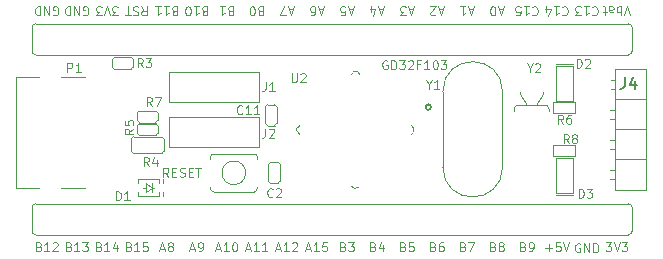
<source format=gbr>
%TF.GenerationSoftware,KiCad,Pcbnew,6.0.2+dfsg-1*%
%TF.CreationDate,2022-07-02T11:43:59+03:00*%
%TF.ProjectId,GDBluePill,4744426c-7565-4506-996c-6c2e6b696361,rev?*%
%TF.SameCoordinates,Original*%
%TF.FileFunction,Legend,Top*%
%TF.FilePolarity,Positive*%
%FSLAX46Y46*%
G04 Gerber Fmt 4.6, Leading zero omitted, Abs format (unit mm)*
G04 Created by KiCad (PCBNEW 6.0.2+dfsg-1) date 2022-07-02 11:43:59*
%MOMM*%
%LPD*%
G01*
G04 APERTURE LIST*
%ADD10C,0.120000*%
%ADD11C,0.150000*%
%ADD12C,0.100000*%
%ADD13C,0.050000*%
G04 APERTURE END LIST*
D10*
X46609285Y-20859400D02*
X46537857Y-20823685D01*
X46430714Y-20823685D01*
X46323571Y-20859400D01*
X46252142Y-20930828D01*
X46216428Y-21002257D01*
X46180714Y-21145114D01*
X46180714Y-21252257D01*
X46216428Y-21395114D01*
X46252142Y-21466542D01*
X46323571Y-21537971D01*
X46430714Y-21573685D01*
X46502142Y-21573685D01*
X46609285Y-21537971D01*
X46645000Y-21502257D01*
X46645000Y-21252257D01*
X46502142Y-21252257D01*
X46966428Y-21573685D02*
X46966428Y-20823685D01*
X47145000Y-20823685D01*
X47252142Y-20859400D01*
X47323571Y-20930828D01*
X47359285Y-21002257D01*
X47395000Y-21145114D01*
X47395000Y-21252257D01*
X47359285Y-21395114D01*
X47323571Y-21466542D01*
X47252142Y-21537971D01*
X47145000Y-21573685D01*
X46966428Y-21573685D01*
X47645000Y-20823685D02*
X48109285Y-20823685D01*
X47859285Y-21109400D01*
X47966428Y-21109400D01*
X48037857Y-21145114D01*
X48073571Y-21180828D01*
X48109285Y-21252257D01*
X48109285Y-21430828D01*
X48073571Y-21502257D01*
X48037857Y-21537971D01*
X47966428Y-21573685D01*
X47752142Y-21573685D01*
X47680714Y-21537971D01*
X47645000Y-21502257D01*
X48395000Y-20895114D02*
X48430714Y-20859400D01*
X48502142Y-20823685D01*
X48680714Y-20823685D01*
X48752142Y-20859400D01*
X48787857Y-20895114D01*
X48823571Y-20966542D01*
X48823571Y-21037971D01*
X48787857Y-21145114D01*
X48359285Y-21573685D01*
X48823571Y-21573685D01*
X49395000Y-21180828D02*
X49145000Y-21180828D01*
X49145000Y-21573685D02*
X49145000Y-20823685D01*
X49502142Y-20823685D01*
X50180714Y-21573685D02*
X49752142Y-21573685D01*
X49966428Y-21573685D02*
X49966428Y-20823685D01*
X49895000Y-20930828D01*
X49823571Y-21002257D01*
X49752142Y-21037971D01*
X50645000Y-20823685D02*
X50716428Y-20823685D01*
X50787857Y-20859400D01*
X50823571Y-20895114D01*
X50859285Y-20966542D01*
X50895000Y-21109400D01*
X50895000Y-21287971D01*
X50859285Y-21430828D01*
X50823571Y-21502257D01*
X50787857Y-21537971D01*
X50716428Y-21573685D01*
X50645000Y-21573685D01*
X50573571Y-21537971D01*
X50537857Y-21502257D01*
X50502142Y-21430828D01*
X50466428Y-21287971D01*
X50466428Y-21109400D01*
X50502142Y-20966542D01*
X50537857Y-20895114D01*
X50573571Y-20859400D01*
X50645000Y-20823685D01*
X51145000Y-20823685D02*
X51609285Y-20823685D01*
X51359285Y-21109400D01*
X51466428Y-21109400D01*
X51537857Y-21145114D01*
X51573571Y-21180828D01*
X51609285Y-21252257D01*
X51609285Y-21430828D01*
X51573571Y-21502257D01*
X51537857Y-21537971D01*
X51466428Y-21573685D01*
X51252142Y-21573685D01*
X51180714Y-21537971D01*
X51145000Y-21502257D01*
X65111428Y-36241485D02*
X65575714Y-36241485D01*
X65325714Y-36527200D01*
X65432857Y-36527200D01*
X65504285Y-36562914D01*
X65540000Y-36598628D01*
X65575714Y-36670057D01*
X65575714Y-36848628D01*
X65540000Y-36920057D01*
X65504285Y-36955771D01*
X65432857Y-36991485D01*
X65218571Y-36991485D01*
X65147142Y-36955771D01*
X65111428Y-36920057D01*
X65790000Y-36241485D02*
X66040000Y-36991485D01*
X66290000Y-36241485D01*
X66468571Y-36241485D02*
X66932857Y-36241485D01*
X66682857Y-36527200D01*
X66790000Y-36527200D01*
X66861428Y-36562914D01*
X66897142Y-36598628D01*
X66932857Y-36670057D01*
X66932857Y-36848628D01*
X66897142Y-36920057D01*
X66861428Y-36955771D01*
X66790000Y-36991485D01*
X66575714Y-36991485D01*
X66504285Y-36955771D01*
X66468571Y-36920057D01*
X62928571Y-36353400D02*
X62857142Y-36317685D01*
X62750000Y-36317685D01*
X62642857Y-36353400D01*
X62571428Y-36424828D01*
X62535714Y-36496257D01*
X62500000Y-36639114D01*
X62500000Y-36746257D01*
X62535714Y-36889114D01*
X62571428Y-36960542D01*
X62642857Y-37031971D01*
X62750000Y-37067685D01*
X62821428Y-37067685D01*
X62928571Y-37031971D01*
X62964285Y-36996257D01*
X62964285Y-36746257D01*
X62821428Y-36746257D01*
X63285714Y-37067685D02*
X63285714Y-36317685D01*
X63714285Y-37067685D01*
X63714285Y-36317685D01*
X64071428Y-37067685D02*
X64071428Y-36317685D01*
X64250000Y-36317685D01*
X64357142Y-36353400D01*
X64428571Y-36424828D01*
X64464285Y-36496257D01*
X64500000Y-36639114D01*
X64500000Y-36746257D01*
X64464285Y-36889114D01*
X64428571Y-36960542D01*
X64357142Y-37031971D01*
X64250000Y-37067685D01*
X64071428Y-37067685D01*
X59995714Y-36705771D02*
X60567142Y-36705771D01*
X60281428Y-36991485D02*
X60281428Y-36420057D01*
X61281428Y-36241485D02*
X60924285Y-36241485D01*
X60888571Y-36598628D01*
X60924285Y-36562914D01*
X60995714Y-36527200D01*
X61174285Y-36527200D01*
X61245714Y-36562914D01*
X61281428Y-36598628D01*
X61317142Y-36670057D01*
X61317142Y-36848628D01*
X61281428Y-36920057D01*
X61245714Y-36955771D01*
X61174285Y-36991485D01*
X60995714Y-36991485D01*
X60924285Y-36955771D01*
X60888571Y-36920057D01*
X61531428Y-36241485D02*
X61781428Y-36991485D01*
X62031428Y-36241485D01*
X58116428Y-36598628D02*
X58223571Y-36634342D01*
X58259285Y-36670057D01*
X58295000Y-36741485D01*
X58295000Y-36848628D01*
X58259285Y-36920057D01*
X58223571Y-36955771D01*
X58152142Y-36991485D01*
X57866428Y-36991485D01*
X57866428Y-36241485D01*
X58116428Y-36241485D01*
X58187857Y-36277200D01*
X58223571Y-36312914D01*
X58259285Y-36384342D01*
X58259285Y-36455771D01*
X58223571Y-36527200D01*
X58187857Y-36562914D01*
X58116428Y-36598628D01*
X57866428Y-36598628D01*
X58652142Y-36991485D02*
X58795000Y-36991485D01*
X58866428Y-36955771D01*
X58902142Y-36920057D01*
X58973571Y-36812914D01*
X59009285Y-36670057D01*
X59009285Y-36384342D01*
X58973571Y-36312914D01*
X58937857Y-36277200D01*
X58866428Y-36241485D01*
X58723571Y-36241485D01*
X58652142Y-36277200D01*
X58616428Y-36312914D01*
X58580714Y-36384342D01*
X58580714Y-36562914D01*
X58616428Y-36634342D01*
X58652142Y-36670057D01*
X58723571Y-36705771D01*
X58866428Y-36705771D01*
X58937857Y-36670057D01*
X58973571Y-36634342D01*
X59009285Y-36562914D01*
X55576428Y-36598628D02*
X55683571Y-36634342D01*
X55719285Y-36670057D01*
X55755000Y-36741485D01*
X55755000Y-36848628D01*
X55719285Y-36920057D01*
X55683571Y-36955771D01*
X55612142Y-36991485D01*
X55326428Y-36991485D01*
X55326428Y-36241485D01*
X55576428Y-36241485D01*
X55647857Y-36277200D01*
X55683571Y-36312914D01*
X55719285Y-36384342D01*
X55719285Y-36455771D01*
X55683571Y-36527200D01*
X55647857Y-36562914D01*
X55576428Y-36598628D01*
X55326428Y-36598628D01*
X56183571Y-36562914D02*
X56112142Y-36527200D01*
X56076428Y-36491485D01*
X56040714Y-36420057D01*
X56040714Y-36384342D01*
X56076428Y-36312914D01*
X56112142Y-36277200D01*
X56183571Y-36241485D01*
X56326428Y-36241485D01*
X56397857Y-36277200D01*
X56433571Y-36312914D01*
X56469285Y-36384342D01*
X56469285Y-36420057D01*
X56433571Y-36491485D01*
X56397857Y-36527200D01*
X56326428Y-36562914D01*
X56183571Y-36562914D01*
X56112142Y-36598628D01*
X56076428Y-36634342D01*
X56040714Y-36705771D01*
X56040714Y-36848628D01*
X56076428Y-36920057D01*
X56112142Y-36955771D01*
X56183571Y-36991485D01*
X56326428Y-36991485D01*
X56397857Y-36955771D01*
X56433571Y-36920057D01*
X56469285Y-36848628D01*
X56469285Y-36705771D01*
X56433571Y-36634342D01*
X56397857Y-36598628D01*
X56326428Y-36562914D01*
X53036428Y-36598628D02*
X53143571Y-36634342D01*
X53179285Y-36670057D01*
X53215000Y-36741485D01*
X53215000Y-36848628D01*
X53179285Y-36920057D01*
X53143571Y-36955771D01*
X53072142Y-36991485D01*
X52786428Y-36991485D01*
X52786428Y-36241485D01*
X53036428Y-36241485D01*
X53107857Y-36277200D01*
X53143571Y-36312914D01*
X53179285Y-36384342D01*
X53179285Y-36455771D01*
X53143571Y-36527200D01*
X53107857Y-36562914D01*
X53036428Y-36598628D01*
X52786428Y-36598628D01*
X53465000Y-36241485D02*
X53965000Y-36241485D01*
X53643571Y-36991485D01*
X50496428Y-36598628D02*
X50603571Y-36634342D01*
X50639285Y-36670057D01*
X50675000Y-36741485D01*
X50675000Y-36848628D01*
X50639285Y-36920057D01*
X50603571Y-36955771D01*
X50532142Y-36991485D01*
X50246428Y-36991485D01*
X50246428Y-36241485D01*
X50496428Y-36241485D01*
X50567857Y-36277200D01*
X50603571Y-36312914D01*
X50639285Y-36384342D01*
X50639285Y-36455771D01*
X50603571Y-36527200D01*
X50567857Y-36562914D01*
X50496428Y-36598628D01*
X50246428Y-36598628D01*
X51317857Y-36241485D02*
X51175000Y-36241485D01*
X51103571Y-36277200D01*
X51067857Y-36312914D01*
X50996428Y-36420057D01*
X50960714Y-36562914D01*
X50960714Y-36848628D01*
X50996428Y-36920057D01*
X51032142Y-36955771D01*
X51103571Y-36991485D01*
X51246428Y-36991485D01*
X51317857Y-36955771D01*
X51353571Y-36920057D01*
X51389285Y-36848628D01*
X51389285Y-36670057D01*
X51353571Y-36598628D01*
X51317857Y-36562914D01*
X51246428Y-36527200D01*
X51103571Y-36527200D01*
X51032142Y-36562914D01*
X50996428Y-36598628D01*
X50960714Y-36670057D01*
X47956428Y-36598628D02*
X48063571Y-36634342D01*
X48099285Y-36670057D01*
X48135000Y-36741485D01*
X48135000Y-36848628D01*
X48099285Y-36920057D01*
X48063571Y-36955771D01*
X47992142Y-36991485D01*
X47706428Y-36991485D01*
X47706428Y-36241485D01*
X47956428Y-36241485D01*
X48027857Y-36277200D01*
X48063571Y-36312914D01*
X48099285Y-36384342D01*
X48099285Y-36455771D01*
X48063571Y-36527200D01*
X48027857Y-36562914D01*
X47956428Y-36598628D01*
X47706428Y-36598628D01*
X48813571Y-36241485D02*
X48456428Y-36241485D01*
X48420714Y-36598628D01*
X48456428Y-36562914D01*
X48527857Y-36527200D01*
X48706428Y-36527200D01*
X48777857Y-36562914D01*
X48813571Y-36598628D01*
X48849285Y-36670057D01*
X48849285Y-36848628D01*
X48813571Y-36920057D01*
X48777857Y-36955771D01*
X48706428Y-36991485D01*
X48527857Y-36991485D01*
X48456428Y-36955771D01*
X48420714Y-36920057D01*
X45416428Y-36598628D02*
X45523571Y-36634342D01*
X45559285Y-36670057D01*
X45595000Y-36741485D01*
X45595000Y-36848628D01*
X45559285Y-36920057D01*
X45523571Y-36955771D01*
X45452142Y-36991485D01*
X45166428Y-36991485D01*
X45166428Y-36241485D01*
X45416428Y-36241485D01*
X45487857Y-36277200D01*
X45523571Y-36312914D01*
X45559285Y-36384342D01*
X45559285Y-36455771D01*
X45523571Y-36527200D01*
X45487857Y-36562914D01*
X45416428Y-36598628D01*
X45166428Y-36598628D01*
X46237857Y-36491485D02*
X46237857Y-36991485D01*
X46059285Y-36205771D02*
X45880714Y-36741485D01*
X46345000Y-36741485D01*
X42876428Y-36598628D02*
X42983571Y-36634342D01*
X43019285Y-36670057D01*
X43055000Y-36741485D01*
X43055000Y-36848628D01*
X43019285Y-36920057D01*
X42983571Y-36955771D01*
X42912142Y-36991485D01*
X42626428Y-36991485D01*
X42626428Y-36241485D01*
X42876428Y-36241485D01*
X42947857Y-36277200D01*
X42983571Y-36312914D01*
X43019285Y-36384342D01*
X43019285Y-36455771D01*
X42983571Y-36527200D01*
X42947857Y-36562914D01*
X42876428Y-36598628D01*
X42626428Y-36598628D01*
X43305000Y-36241485D02*
X43769285Y-36241485D01*
X43519285Y-36527200D01*
X43626428Y-36527200D01*
X43697857Y-36562914D01*
X43733571Y-36598628D01*
X43769285Y-36670057D01*
X43769285Y-36848628D01*
X43733571Y-36920057D01*
X43697857Y-36955771D01*
X43626428Y-36991485D01*
X43412142Y-36991485D01*
X43340714Y-36955771D01*
X43305000Y-36920057D01*
X39747142Y-36777200D02*
X40104285Y-36777200D01*
X39675714Y-36991485D02*
X39925714Y-36241485D01*
X40175714Y-36991485D01*
X40818571Y-36991485D02*
X40390000Y-36991485D01*
X40604285Y-36991485D02*
X40604285Y-36241485D01*
X40532857Y-36348628D01*
X40461428Y-36420057D01*
X40390000Y-36455771D01*
X41497142Y-36241485D02*
X41140000Y-36241485D01*
X41104285Y-36598628D01*
X41140000Y-36562914D01*
X41211428Y-36527200D01*
X41390000Y-36527200D01*
X41461428Y-36562914D01*
X41497142Y-36598628D01*
X41532857Y-36670057D01*
X41532857Y-36848628D01*
X41497142Y-36920057D01*
X41461428Y-36955771D01*
X41390000Y-36991485D01*
X41211428Y-36991485D01*
X41140000Y-36955771D01*
X41104285Y-36920057D01*
X37207142Y-36777200D02*
X37564285Y-36777200D01*
X37135714Y-36991485D02*
X37385714Y-36241485D01*
X37635714Y-36991485D01*
X38278571Y-36991485D02*
X37850000Y-36991485D01*
X38064285Y-36991485D02*
X38064285Y-36241485D01*
X37992857Y-36348628D01*
X37921428Y-36420057D01*
X37850000Y-36455771D01*
X38564285Y-36312914D02*
X38600000Y-36277200D01*
X38671428Y-36241485D01*
X38850000Y-36241485D01*
X38921428Y-36277200D01*
X38957142Y-36312914D01*
X38992857Y-36384342D01*
X38992857Y-36455771D01*
X38957142Y-36562914D01*
X38528571Y-36991485D01*
X38992857Y-36991485D01*
X34667142Y-36777200D02*
X35024285Y-36777200D01*
X34595714Y-36991485D02*
X34845714Y-36241485D01*
X35095714Y-36991485D01*
X35738571Y-36991485D02*
X35310000Y-36991485D01*
X35524285Y-36991485D02*
X35524285Y-36241485D01*
X35452857Y-36348628D01*
X35381428Y-36420057D01*
X35310000Y-36455771D01*
X36452857Y-36991485D02*
X36024285Y-36991485D01*
X36238571Y-36991485D02*
X36238571Y-36241485D01*
X36167142Y-36348628D01*
X36095714Y-36420057D01*
X36024285Y-36455771D01*
X32127142Y-36777200D02*
X32484285Y-36777200D01*
X32055714Y-36991485D02*
X32305714Y-36241485D01*
X32555714Y-36991485D01*
X33198571Y-36991485D02*
X32770000Y-36991485D01*
X32984285Y-36991485D02*
X32984285Y-36241485D01*
X32912857Y-36348628D01*
X32841428Y-36420057D01*
X32770000Y-36455771D01*
X33662857Y-36241485D02*
X33734285Y-36241485D01*
X33805714Y-36277200D01*
X33841428Y-36312914D01*
X33877142Y-36384342D01*
X33912857Y-36527200D01*
X33912857Y-36705771D01*
X33877142Y-36848628D01*
X33841428Y-36920057D01*
X33805714Y-36955771D01*
X33734285Y-36991485D01*
X33662857Y-36991485D01*
X33591428Y-36955771D01*
X33555714Y-36920057D01*
X33520000Y-36848628D01*
X33484285Y-36705771D01*
X33484285Y-36527200D01*
X33520000Y-36384342D01*
X33555714Y-36312914D01*
X33591428Y-36277200D01*
X33662857Y-36241485D01*
X29944285Y-36777200D02*
X30301428Y-36777200D01*
X29872857Y-36991485D02*
X30122857Y-36241485D01*
X30372857Y-36991485D01*
X30658571Y-36991485D02*
X30801428Y-36991485D01*
X30872857Y-36955771D01*
X30908571Y-36920057D01*
X30980000Y-36812914D01*
X31015714Y-36670057D01*
X31015714Y-36384342D01*
X30980000Y-36312914D01*
X30944285Y-36277200D01*
X30872857Y-36241485D01*
X30730000Y-36241485D01*
X30658571Y-36277200D01*
X30622857Y-36312914D01*
X30587142Y-36384342D01*
X30587142Y-36562914D01*
X30622857Y-36634342D01*
X30658571Y-36670057D01*
X30730000Y-36705771D01*
X30872857Y-36705771D01*
X30944285Y-36670057D01*
X30980000Y-36634342D01*
X31015714Y-36562914D01*
X27404285Y-36777200D02*
X27761428Y-36777200D01*
X27332857Y-36991485D02*
X27582857Y-36241485D01*
X27832857Y-36991485D01*
X28190000Y-36562914D02*
X28118571Y-36527200D01*
X28082857Y-36491485D01*
X28047142Y-36420057D01*
X28047142Y-36384342D01*
X28082857Y-36312914D01*
X28118571Y-36277200D01*
X28190000Y-36241485D01*
X28332857Y-36241485D01*
X28404285Y-36277200D01*
X28440000Y-36312914D01*
X28475714Y-36384342D01*
X28475714Y-36420057D01*
X28440000Y-36491485D01*
X28404285Y-36527200D01*
X28332857Y-36562914D01*
X28190000Y-36562914D01*
X28118571Y-36598628D01*
X28082857Y-36634342D01*
X28047142Y-36705771D01*
X28047142Y-36848628D01*
X28082857Y-36920057D01*
X28118571Y-36955771D01*
X28190000Y-36991485D01*
X28332857Y-36991485D01*
X28404285Y-36955771D01*
X28440000Y-36920057D01*
X28475714Y-36848628D01*
X28475714Y-36705771D01*
X28440000Y-36634342D01*
X28404285Y-36598628D01*
X28332857Y-36562914D01*
X24739285Y-36598628D02*
X24846428Y-36634342D01*
X24882142Y-36670057D01*
X24917857Y-36741485D01*
X24917857Y-36848628D01*
X24882142Y-36920057D01*
X24846428Y-36955771D01*
X24775000Y-36991485D01*
X24489285Y-36991485D01*
X24489285Y-36241485D01*
X24739285Y-36241485D01*
X24810714Y-36277200D01*
X24846428Y-36312914D01*
X24882142Y-36384342D01*
X24882142Y-36455771D01*
X24846428Y-36527200D01*
X24810714Y-36562914D01*
X24739285Y-36598628D01*
X24489285Y-36598628D01*
X25632142Y-36991485D02*
X25203571Y-36991485D01*
X25417857Y-36991485D02*
X25417857Y-36241485D01*
X25346428Y-36348628D01*
X25275000Y-36420057D01*
X25203571Y-36455771D01*
X26310714Y-36241485D02*
X25953571Y-36241485D01*
X25917857Y-36598628D01*
X25953571Y-36562914D01*
X26025000Y-36527200D01*
X26203571Y-36527200D01*
X26275000Y-36562914D01*
X26310714Y-36598628D01*
X26346428Y-36670057D01*
X26346428Y-36848628D01*
X26310714Y-36920057D01*
X26275000Y-36955771D01*
X26203571Y-36991485D01*
X26025000Y-36991485D01*
X25953571Y-36955771D01*
X25917857Y-36920057D01*
X22199285Y-36598628D02*
X22306428Y-36634342D01*
X22342142Y-36670057D01*
X22377857Y-36741485D01*
X22377857Y-36848628D01*
X22342142Y-36920057D01*
X22306428Y-36955771D01*
X22235000Y-36991485D01*
X21949285Y-36991485D01*
X21949285Y-36241485D01*
X22199285Y-36241485D01*
X22270714Y-36277200D01*
X22306428Y-36312914D01*
X22342142Y-36384342D01*
X22342142Y-36455771D01*
X22306428Y-36527200D01*
X22270714Y-36562914D01*
X22199285Y-36598628D01*
X21949285Y-36598628D01*
X23092142Y-36991485D02*
X22663571Y-36991485D01*
X22877857Y-36991485D02*
X22877857Y-36241485D01*
X22806428Y-36348628D01*
X22735000Y-36420057D01*
X22663571Y-36455771D01*
X23735000Y-36491485D02*
X23735000Y-36991485D01*
X23556428Y-36205771D02*
X23377857Y-36741485D01*
X23842142Y-36741485D01*
X19659285Y-36598628D02*
X19766428Y-36634342D01*
X19802142Y-36670057D01*
X19837857Y-36741485D01*
X19837857Y-36848628D01*
X19802142Y-36920057D01*
X19766428Y-36955771D01*
X19695000Y-36991485D01*
X19409285Y-36991485D01*
X19409285Y-36241485D01*
X19659285Y-36241485D01*
X19730714Y-36277200D01*
X19766428Y-36312914D01*
X19802142Y-36384342D01*
X19802142Y-36455771D01*
X19766428Y-36527200D01*
X19730714Y-36562914D01*
X19659285Y-36598628D01*
X19409285Y-36598628D01*
X20552142Y-36991485D02*
X20123571Y-36991485D01*
X20337857Y-36991485D02*
X20337857Y-36241485D01*
X20266428Y-36348628D01*
X20195000Y-36420057D01*
X20123571Y-36455771D01*
X20802142Y-36241485D02*
X21266428Y-36241485D01*
X21016428Y-36527200D01*
X21123571Y-36527200D01*
X21195000Y-36562914D01*
X21230714Y-36598628D01*
X21266428Y-36670057D01*
X21266428Y-36848628D01*
X21230714Y-36920057D01*
X21195000Y-36955771D01*
X21123571Y-36991485D01*
X20909285Y-36991485D01*
X20837857Y-36955771D01*
X20802142Y-36920057D01*
X17119285Y-36598628D02*
X17226428Y-36634342D01*
X17262142Y-36670057D01*
X17297857Y-36741485D01*
X17297857Y-36848628D01*
X17262142Y-36920057D01*
X17226428Y-36955771D01*
X17155000Y-36991485D01*
X16869285Y-36991485D01*
X16869285Y-36241485D01*
X17119285Y-36241485D01*
X17190714Y-36277200D01*
X17226428Y-36312914D01*
X17262142Y-36384342D01*
X17262142Y-36455771D01*
X17226428Y-36527200D01*
X17190714Y-36562914D01*
X17119285Y-36598628D01*
X16869285Y-36598628D01*
X18012142Y-36991485D02*
X17583571Y-36991485D01*
X17797857Y-36991485D02*
X17797857Y-36241485D01*
X17726428Y-36348628D01*
X17655000Y-36420057D01*
X17583571Y-36455771D01*
X18297857Y-36312914D02*
X18333571Y-36277200D01*
X18405000Y-36241485D01*
X18583571Y-36241485D01*
X18655000Y-36277200D01*
X18690714Y-36312914D01*
X18726428Y-36384342D01*
X18726428Y-36455771D01*
X18690714Y-36562914D01*
X18262142Y-36991485D01*
X18726428Y-36991485D01*
D11*
X50318807Y-24790400D02*
G75*
G03*
X50318807Y-24790400I-230007J0D01*
G01*
D10*
X43715715Y-16486600D02*
X43358572Y-16486600D01*
X43787143Y-16272314D02*
X43537143Y-17022314D01*
X43287143Y-16272314D01*
X42680001Y-17022314D02*
X43037143Y-17022314D01*
X43072858Y-16665171D01*
X43037143Y-16700885D01*
X42965715Y-16736600D01*
X42787143Y-16736600D01*
X42715715Y-16700885D01*
X42680001Y-16665171D01*
X42644286Y-16593742D01*
X42644286Y-16415171D01*
X42680001Y-16343742D01*
X42715715Y-16308028D01*
X42787143Y-16272314D01*
X42965715Y-16272314D01*
X43037143Y-16308028D01*
X43072858Y-16343742D01*
X38635715Y-16486600D02*
X38278572Y-16486600D01*
X38707143Y-16272314D02*
X38457143Y-17022314D01*
X38207143Y-16272314D01*
X38028572Y-17022314D02*
X37528572Y-17022314D01*
X37850001Y-16272314D01*
X56415715Y-16486600D02*
X56058572Y-16486600D01*
X56487143Y-16272314D02*
X56237143Y-17022314D01*
X55987143Y-16272314D01*
X55594286Y-17022314D02*
X55522858Y-17022314D01*
X55451429Y-16986600D01*
X55415715Y-16950885D01*
X55380001Y-16879457D01*
X55344286Y-16736600D01*
X55344286Y-16558028D01*
X55380001Y-16415171D01*
X55415715Y-16343742D01*
X55451429Y-16308028D01*
X55522858Y-16272314D01*
X55594286Y-16272314D01*
X55665715Y-16308028D01*
X55701429Y-16343742D01*
X55737143Y-16415171D01*
X55772858Y-16558028D01*
X55772858Y-16736600D01*
X55737143Y-16879457D01*
X55701429Y-16950885D01*
X55665715Y-16986600D01*
X55594286Y-17022314D01*
X48795715Y-16486600D02*
X48438572Y-16486600D01*
X48867143Y-16272314D02*
X48617143Y-17022314D01*
X48367143Y-16272314D01*
X48188572Y-17022314D02*
X47724286Y-17022314D01*
X47974286Y-16736600D01*
X47867143Y-16736600D01*
X47795715Y-16700885D01*
X47760001Y-16665171D01*
X47724286Y-16593742D01*
X47724286Y-16415171D01*
X47760001Y-16343742D01*
X47795715Y-16308028D01*
X47867143Y-16272314D01*
X48081429Y-16272314D01*
X48152858Y-16308028D01*
X48188572Y-16343742D01*
X31140715Y-16665171D02*
X31033572Y-16629457D01*
X30997858Y-16593742D01*
X30962143Y-16522314D01*
X30962143Y-16415171D01*
X30997858Y-16343742D01*
X31033572Y-16308028D01*
X31105001Y-16272314D01*
X31390715Y-16272314D01*
X31390715Y-17022314D01*
X31140715Y-17022314D01*
X31069286Y-16986600D01*
X31033572Y-16950885D01*
X30997858Y-16879457D01*
X30997858Y-16808028D01*
X31033572Y-16736600D01*
X31069286Y-16700885D01*
X31140715Y-16665171D01*
X31390715Y-16665171D01*
X30247858Y-16272314D02*
X30676429Y-16272314D01*
X30462143Y-16272314D02*
X30462143Y-17022314D01*
X30533572Y-16915171D01*
X30605001Y-16843742D01*
X30676429Y-16808028D01*
X29783572Y-17022314D02*
X29712143Y-17022314D01*
X29640715Y-16986600D01*
X29605001Y-16950885D01*
X29569286Y-16879457D01*
X29533572Y-16736600D01*
X29533572Y-16558028D01*
X29569286Y-16415171D01*
X29605001Y-16343742D01*
X29640715Y-16308028D01*
X29712143Y-16272314D01*
X29783572Y-16272314D01*
X29855001Y-16308028D01*
X29890715Y-16343742D01*
X29926429Y-16415171D01*
X29962143Y-16558028D01*
X29962143Y-16736600D01*
X29926429Y-16879457D01*
X29890715Y-16950885D01*
X29855001Y-16986600D01*
X29783572Y-17022314D01*
X53875715Y-16486600D02*
X53518572Y-16486600D01*
X53947143Y-16272314D02*
X53697143Y-17022314D01*
X53447143Y-16272314D01*
X52804286Y-16272314D02*
X53232858Y-16272314D01*
X53018572Y-16272314D02*
X53018572Y-17022314D01*
X53090001Y-16915171D01*
X53161429Y-16843742D01*
X53232858Y-16808028D01*
X20891428Y-16986600D02*
X20962857Y-17022314D01*
X21070000Y-17022314D01*
X21177142Y-16986600D01*
X21248571Y-16915171D01*
X21284285Y-16843742D01*
X21320000Y-16700885D01*
X21320000Y-16593742D01*
X21284285Y-16450885D01*
X21248571Y-16379457D01*
X21177142Y-16308028D01*
X21070000Y-16272314D01*
X20998571Y-16272314D01*
X20891428Y-16308028D01*
X20855714Y-16343742D01*
X20855714Y-16593742D01*
X20998571Y-16593742D01*
X20534285Y-16272314D02*
X20534285Y-17022314D01*
X20105714Y-16272314D01*
X20105714Y-17022314D01*
X19748571Y-16272314D02*
X19748571Y-17022314D01*
X19570000Y-17022314D01*
X19462857Y-16986600D01*
X19391428Y-16915171D01*
X19355714Y-16843742D01*
X19320000Y-16700885D01*
X19320000Y-16593742D01*
X19355714Y-16450885D01*
X19391428Y-16379457D01*
X19462857Y-16308028D01*
X19570000Y-16272314D01*
X19748571Y-16272314D01*
X46255715Y-16486600D02*
X45898572Y-16486600D01*
X46327143Y-16272314D02*
X46077143Y-17022314D01*
X45827143Y-16272314D01*
X45255715Y-16772314D02*
X45255715Y-16272314D01*
X45434286Y-17058028D02*
X45612858Y-16522314D01*
X45148572Y-16522314D01*
X18351428Y-16986600D02*
X18422857Y-17022314D01*
X18530000Y-17022314D01*
X18637142Y-16986600D01*
X18708571Y-16915171D01*
X18744285Y-16843742D01*
X18780000Y-16700885D01*
X18780000Y-16593742D01*
X18744285Y-16450885D01*
X18708571Y-16379457D01*
X18637142Y-16308028D01*
X18530000Y-16272314D01*
X18458571Y-16272314D01*
X18351428Y-16308028D01*
X18315714Y-16343742D01*
X18315714Y-16593742D01*
X18458571Y-16593742D01*
X17994285Y-16272314D02*
X17994285Y-17022314D01*
X17565714Y-16272314D01*
X17565714Y-17022314D01*
X17208571Y-16272314D02*
X17208571Y-17022314D01*
X17030000Y-17022314D01*
X16922857Y-16986600D01*
X16851428Y-16915171D01*
X16815714Y-16843742D01*
X16780000Y-16700885D01*
X16780000Y-16593742D01*
X16815714Y-16450885D01*
X16851428Y-16379457D01*
X16922857Y-16308028D01*
X17030000Y-16272314D01*
X17208571Y-16272314D01*
X28600715Y-16665171D02*
X28493572Y-16629457D01*
X28457858Y-16593742D01*
X28422143Y-16522314D01*
X28422143Y-16415171D01*
X28457858Y-16343742D01*
X28493572Y-16308028D01*
X28565001Y-16272314D01*
X28850715Y-16272314D01*
X28850715Y-17022314D01*
X28600715Y-17022314D01*
X28529286Y-16986600D01*
X28493572Y-16950885D01*
X28457858Y-16879457D01*
X28457858Y-16808028D01*
X28493572Y-16736600D01*
X28529286Y-16700885D01*
X28600715Y-16665171D01*
X28850715Y-16665171D01*
X27707858Y-16272314D02*
X28136429Y-16272314D01*
X27922143Y-16272314D02*
X27922143Y-17022314D01*
X27993572Y-16915171D01*
X28065001Y-16843742D01*
X28136429Y-16808028D01*
X26993572Y-16272314D02*
X27422143Y-16272314D01*
X27207858Y-16272314D02*
X27207858Y-17022314D01*
X27279286Y-16915171D01*
X27350715Y-16843742D01*
X27422143Y-16808028D01*
X33323571Y-16665171D02*
X33216428Y-16629457D01*
X33180714Y-16593742D01*
X33145000Y-16522314D01*
X33145000Y-16415171D01*
X33180714Y-16343742D01*
X33216428Y-16308028D01*
X33287857Y-16272314D01*
X33573571Y-16272314D01*
X33573571Y-17022314D01*
X33323571Y-17022314D01*
X33252142Y-16986600D01*
X33216428Y-16950885D01*
X33180714Y-16879457D01*
X33180714Y-16808028D01*
X33216428Y-16736600D01*
X33252142Y-16700885D01*
X33323571Y-16665171D01*
X33573571Y-16665171D01*
X32430714Y-16272314D02*
X32859285Y-16272314D01*
X32645000Y-16272314D02*
X32645000Y-17022314D01*
X32716428Y-16915171D01*
X32787857Y-16843742D01*
X32859285Y-16808028D01*
X67182858Y-17022314D02*
X66932858Y-16272314D01*
X66682858Y-17022314D01*
X66432858Y-16272314D02*
X66432858Y-17022314D01*
X66432858Y-16736600D02*
X66361429Y-16772314D01*
X66218572Y-16772314D01*
X66147143Y-16736600D01*
X66111429Y-16700885D01*
X66075715Y-16629457D01*
X66075715Y-16415171D01*
X66111429Y-16343742D01*
X66147143Y-16308028D01*
X66218572Y-16272314D01*
X66361429Y-16272314D01*
X66432858Y-16308028D01*
X65432858Y-16272314D02*
X65432858Y-16665171D01*
X65468572Y-16736600D01*
X65540001Y-16772314D01*
X65682858Y-16772314D01*
X65754286Y-16736600D01*
X65432858Y-16308028D02*
X65504286Y-16272314D01*
X65682858Y-16272314D01*
X65754286Y-16308028D01*
X65790001Y-16379457D01*
X65790001Y-16450885D01*
X65754286Y-16522314D01*
X65682858Y-16558028D01*
X65504286Y-16558028D01*
X65432858Y-16593742D01*
X65182858Y-16772314D02*
X64897143Y-16772314D01*
X65075715Y-17022314D02*
X65075715Y-16379457D01*
X65040001Y-16308028D01*
X64968572Y-16272314D01*
X64897143Y-16272314D01*
X23788572Y-17022314D02*
X23324286Y-17022314D01*
X23574286Y-16736600D01*
X23467143Y-16736600D01*
X23395715Y-16700885D01*
X23360001Y-16665171D01*
X23324286Y-16593742D01*
X23324286Y-16415171D01*
X23360001Y-16343742D01*
X23395715Y-16308028D01*
X23467143Y-16272314D01*
X23681429Y-16272314D01*
X23752858Y-16308028D01*
X23788572Y-16343742D01*
X23110001Y-17022314D02*
X22860001Y-16272314D01*
X22610001Y-17022314D01*
X22431429Y-17022314D02*
X21967143Y-17022314D01*
X22217143Y-16736600D01*
X22110001Y-16736600D01*
X22038572Y-16700885D01*
X22002858Y-16665171D01*
X21967143Y-16593742D01*
X21967143Y-16415171D01*
X22002858Y-16343742D01*
X22038572Y-16308028D01*
X22110001Y-16272314D01*
X22324286Y-16272314D01*
X22395715Y-16308028D01*
X22431429Y-16343742D01*
X51335715Y-16486600D02*
X50978572Y-16486600D01*
X51407143Y-16272314D02*
X51157143Y-17022314D01*
X50907143Y-16272314D01*
X50692858Y-16950885D02*
X50657143Y-16986600D01*
X50585715Y-17022314D01*
X50407143Y-17022314D01*
X50335715Y-16986600D01*
X50300001Y-16950885D01*
X50264286Y-16879457D01*
X50264286Y-16808028D01*
X50300001Y-16700885D01*
X50728572Y-16272314D01*
X50264286Y-16272314D01*
X25810714Y-16272314D02*
X26060714Y-16629457D01*
X26239285Y-16272314D02*
X26239285Y-17022314D01*
X25953571Y-17022314D01*
X25882142Y-16986600D01*
X25846428Y-16950885D01*
X25810714Y-16879457D01*
X25810714Y-16772314D01*
X25846428Y-16700885D01*
X25882142Y-16665171D01*
X25953571Y-16629457D01*
X26239285Y-16629457D01*
X25525000Y-16308028D02*
X25417857Y-16272314D01*
X25239285Y-16272314D01*
X25167857Y-16308028D01*
X25132142Y-16343742D01*
X25096428Y-16415171D01*
X25096428Y-16486600D01*
X25132142Y-16558028D01*
X25167857Y-16593742D01*
X25239285Y-16629457D01*
X25382142Y-16665171D01*
X25453571Y-16700885D01*
X25489285Y-16736600D01*
X25525000Y-16808028D01*
X25525000Y-16879457D01*
X25489285Y-16950885D01*
X25453571Y-16986600D01*
X25382142Y-17022314D01*
X25203571Y-17022314D01*
X25096428Y-16986600D01*
X24882142Y-17022314D02*
X24453571Y-17022314D01*
X24667857Y-16272314D02*
X24667857Y-17022314D01*
X63982143Y-16343742D02*
X64017858Y-16308028D01*
X64125001Y-16272314D01*
X64196429Y-16272314D01*
X64303572Y-16308028D01*
X64375001Y-16379457D01*
X64410715Y-16450885D01*
X64446429Y-16593742D01*
X64446429Y-16700885D01*
X64410715Y-16843742D01*
X64375001Y-16915171D01*
X64303572Y-16986600D01*
X64196429Y-17022314D01*
X64125001Y-17022314D01*
X64017858Y-16986600D01*
X63982143Y-16950885D01*
X63267858Y-16272314D02*
X63696429Y-16272314D01*
X63482143Y-16272314D02*
X63482143Y-17022314D01*
X63553572Y-16915171D01*
X63625001Y-16843742D01*
X63696429Y-16808028D01*
X63017858Y-17022314D02*
X62553572Y-17022314D01*
X62803572Y-16736600D01*
X62696429Y-16736600D01*
X62625001Y-16700885D01*
X62589286Y-16665171D01*
X62553572Y-16593742D01*
X62553572Y-16415171D01*
X62589286Y-16343742D01*
X62625001Y-16308028D01*
X62696429Y-16272314D01*
X62910715Y-16272314D01*
X62982143Y-16308028D01*
X63017858Y-16343742D01*
X61442143Y-16343742D02*
X61477858Y-16308028D01*
X61585001Y-16272314D01*
X61656429Y-16272314D01*
X61763572Y-16308028D01*
X61835001Y-16379457D01*
X61870715Y-16450885D01*
X61906429Y-16593742D01*
X61906429Y-16700885D01*
X61870715Y-16843742D01*
X61835001Y-16915171D01*
X61763572Y-16986600D01*
X61656429Y-17022314D01*
X61585001Y-17022314D01*
X61477858Y-16986600D01*
X61442143Y-16950885D01*
X60727858Y-16272314D02*
X61156429Y-16272314D01*
X60942143Y-16272314D02*
X60942143Y-17022314D01*
X61013572Y-16915171D01*
X61085001Y-16843742D01*
X61156429Y-16808028D01*
X60085001Y-16772314D02*
X60085001Y-16272314D01*
X60263572Y-17058028D02*
X60442143Y-16522314D01*
X59977858Y-16522314D01*
X58902143Y-16343742D02*
X58937858Y-16308028D01*
X59045001Y-16272314D01*
X59116429Y-16272314D01*
X59223572Y-16308028D01*
X59295001Y-16379457D01*
X59330715Y-16450885D01*
X59366429Y-16593742D01*
X59366429Y-16700885D01*
X59330715Y-16843742D01*
X59295001Y-16915171D01*
X59223572Y-16986600D01*
X59116429Y-17022314D01*
X59045001Y-17022314D01*
X58937858Y-16986600D01*
X58902143Y-16950885D01*
X58187858Y-16272314D02*
X58616429Y-16272314D01*
X58402143Y-16272314D02*
X58402143Y-17022314D01*
X58473572Y-16915171D01*
X58545001Y-16843742D01*
X58616429Y-16808028D01*
X57509286Y-17022314D02*
X57866429Y-17022314D01*
X57902143Y-16665171D01*
X57866429Y-16700885D01*
X57795001Y-16736600D01*
X57616429Y-16736600D01*
X57545001Y-16700885D01*
X57509286Y-16665171D01*
X57473572Y-16593742D01*
X57473572Y-16415171D01*
X57509286Y-16343742D01*
X57545001Y-16308028D01*
X57616429Y-16272314D01*
X57795001Y-16272314D01*
X57866429Y-16308028D01*
X57902143Y-16343742D01*
X41175715Y-16486600D02*
X40818572Y-16486600D01*
X41247143Y-16272314D02*
X40997143Y-17022314D01*
X40747143Y-16272314D01*
X40175715Y-17022314D02*
X40318572Y-17022314D01*
X40390001Y-16986600D01*
X40425715Y-16950885D01*
X40497143Y-16843742D01*
X40532858Y-16700885D01*
X40532858Y-16415171D01*
X40497143Y-16343742D01*
X40461429Y-16308028D01*
X40390001Y-16272314D01*
X40247143Y-16272314D01*
X40175715Y-16308028D01*
X40140001Y-16343742D01*
X40104286Y-16415171D01*
X40104286Y-16593742D01*
X40140001Y-16665171D01*
X40175715Y-16700885D01*
X40247143Y-16736600D01*
X40390001Y-16736600D01*
X40461429Y-16700885D01*
X40497143Y-16665171D01*
X40532858Y-16593742D01*
X35863571Y-16665171D02*
X35756428Y-16629457D01*
X35720714Y-16593742D01*
X35685000Y-16522314D01*
X35685000Y-16415171D01*
X35720714Y-16343742D01*
X35756428Y-16308028D01*
X35827857Y-16272314D01*
X36113571Y-16272314D01*
X36113571Y-17022314D01*
X35863571Y-17022314D01*
X35792142Y-16986600D01*
X35756428Y-16950885D01*
X35720714Y-16879457D01*
X35720714Y-16808028D01*
X35756428Y-16736600D01*
X35792142Y-16700885D01*
X35863571Y-16665171D01*
X36113571Y-16665171D01*
X35220714Y-17022314D02*
X35149285Y-17022314D01*
X35077857Y-16986600D01*
X35042142Y-16950885D01*
X35006428Y-16879457D01*
X34970714Y-16736600D01*
X34970714Y-16558028D01*
X35006428Y-16415171D01*
X35042142Y-16343742D01*
X35077857Y-16308028D01*
X35149285Y-16272314D01*
X35220714Y-16272314D01*
X35292142Y-16308028D01*
X35327857Y-16343742D01*
X35363571Y-16415171D01*
X35399285Y-16558028D01*
X35399285Y-16736600D01*
X35363571Y-16879457D01*
X35327857Y-16950885D01*
X35292142Y-16986600D01*
X35220714Y-17022314D01*
%TO.C,SW1*%
X28095314Y-30692285D02*
X27845314Y-30335142D01*
X27666742Y-30692285D02*
X27666742Y-29942285D01*
X27952457Y-29942285D01*
X28023885Y-29978000D01*
X28059600Y-30013714D01*
X28095314Y-30085142D01*
X28095314Y-30192285D01*
X28059600Y-30263714D01*
X28023885Y-30299428D01*
X27952457Y-30335142D01*
X27666742Y-30335142D01*
X28416742Y-30299428D02*
X28666742Y-30299428D01*
X28773885Y-30692285D02*
X28416742Y-30692285D01*
X28416742Y-29942285D01*
X28773885Y-29942285D01*
X29059600Y-30656571D02*
X29166742Y-30692285D01*
X29345314Y-30692285D01*
X29416742Y-30656571D01*
X29452457Y-30620857D01*
X29488171Y-30549428D01*
X29488171Y-30478000D01*
X29452457Y-30406571D01*
X29416742Y-30370857D01*
X29345314Y-30335142D01*
X29202457Y-30299428D01*
X29131028Y-30263714D01*
X29095314Y-30228000D01*
X29059600Y-30156571D01*
X29059600Y-30085142D01*
X29095314Y-30013714D01*
X29131028Y-29978000D01*
X29202457Y-29942285D01*
X29381028Y-29942285D01*
X29488171Y-29978000D01*
X29809600Y-30299428D02*
X30059600Y-30299428D01*
X30166742Y-30692285D02*
X29809600Y-30692285D01*
X29809600Y-29942285D01*
X30166742Y-29942285D01*
X30381028Y-29942285D02*
X30809600Y-29942285D01*
X30595314Y-30692285D02*
X30595314Y-29942285D01*
%TO.C,P1*%
X19537828Y-21802285D02*
X19537828Y-21052285D01*
X19823542Y-21052285D01*
X19894971Y-21088000D01*
X19930685Y-21123714D01*
X19966400Y-21195142D01*
X19966400Y-21302285D01*
X19930685Y-21373714D01*
X19894971Y-21409428D01*
X19823542Y-21445142D01*
X19537828Y-21445142D01*
X20680685Y-21802285D02*
X20252114Y-21802285D01*
X20466400Y-21802285D02*
X20466400Y-21052285D01*
X20394971Y-21159428D01*
X20323542Y-21230857D01*
X20252114Y-21266571D01*
%TO.C,R5*%
X25129685Y-26617200D02*
X24772542Y-26867200D01*
X25129685Y-27045771D02*
X24379685Y-27045771D01*
X24379685Y-26760057D01*
X24415400Y-26688628D01*
X24451114Y-26652914D01*
X24522542Y-26617200D01*
X24629685Y-26617200D01*
X24701114Y-26652914D01*
X24736828Y-26688628D01*
X24772542Y-26760057D01*
X24772542Y-27045771D01*
X24379685Y-25938628D02*
X24379685Y-26295771D01*
X24736828Y-26331485D01*
X24701114Y-26295771D01*
X24665400Y-26224342D01*
X24665400Y-26045771D01*
X24701114Y-25974342D01*
X24736828Y-25938628D01*
X24808257Y-25902914D01*
X24986828Y-25902914D01*
X25058257Y-25938628D01*
X25093971Y-25974342D01*
X25129685Y-26045771D01*
X25129685Y-26224342D01*
X25093971Y-26295771D01*
X25058257Y-26331485D01*
%TO.C,D2*%
X62641628Y-21446685D02*
X62641628Y-20696685D01*
X62820200Y-20696685D01*
X62927342Y-20732400D01*
X62998771Y-20803828D01*
X63034485Y-20875257D01*
X63070200Y-21018114D01*
X63070200Y-21125257D01*
X63034485Y-21268114D01*
X62998771Y-21339542D01*
X62927342Y-21410971D01*
X62820200Y-21446685D01*
X62641628Y-21446685D01*
X63355914Y-20768114D02*
X63391628Y-20732400D01*
X63463057Y-20696685D01*
X63641628Y-20696685D01*
X63713057Y-20732400D01*
X63748771Y-20768114D01*
X63784485Y-20839542D01*
X63784485Y-20910971D01*
X63748771Y-21018114D01*
X63320200Y-21446685D01*
X63784485Y-21446685D01*
%TO.C,R6*%
X61495000Y-26194285D02*
X61245000Y-25837142D01*
X61066428Y-26194285D02*
X61066428Y-25444285D01*
X61352142Y-25444285D01*
X61423571Y-25480000D01*
X61459285Y-25515714D01*
X61495000Y-25587142D01*
X61495000Y-25694285D01*
X61459285Y-25765714D01*
X61423571Y-25801428D01*
X61352142Y-25837142D01*
X61066428Y-25837142D01*
X62137857Y-25444285D02*
X61995000Y-25444285D01*
X61923571Y-25480000D01*
X61887857Y-25515714D01*
X61816428Y-25622857D01*
X61780714Y-25765714D01*
X61780714Y-26051428D01*
X61816428Y-26122857D01*
X61852142Y-26158571D01*
X61923571Y-26194285D01*
X62066428Y-26194285D01*
X62137857Y-26158571D01*
X62173571Y-26122857D01*
X62209285Y-26051428D01*
X62209285Y-25872857D01*
X62173571Y-25801428D01*
X62137857Y-25765714D01*
X62066428Y-25730000D01*
X61923571Y-25730000D01*
X61852142Y-25765714D01*
X61816428Y-25801428D01*
X61780714Y-25872857D01*
%TO.C,J2*%
X36300600Y-26614885D02*
X36300600Y-27150600D01*
X36264885Y-27257742D01*
X36193457Y-27329171D01*
X36086314Y-27364885D01*
X36014885Y-27364885D01*
X36622028Y-26686314D02*
X36657742Y-26650600D01*
X36729171Y-26614885D01*
X36907742Y-26614885D01*
X36979171Y-26650600D01*
X37014885Y-26686314D01*
X37050600Y-26757742D01*
X37050600Y-26829171D01*
X37014885Y-26936314D01*
X36586314Y-27364885D01*
X37050600Y-27364885D01*
%TO.C,Y2*%
X58672457Y-21470542D02*
X58672457Y-21827685D01*
X58422457Y-21077685D02*
X58672457Y-21470542D01*
X58922457Y-21077685D01*
X59136742Y-21149114D02*
X59172457Y-21113400D01*
X59243885Y-21077685D01*
X59422457Y-21077685D01*
X59493885Y-21113400D01*
X59529600Y-21149114D01*
X59565314Y-21220542D01*
X59565314Y-21291971D01*
X59529600Y-21399114D01*
X59101028Y-21827685D01*
X59565314Y-21827685D01*
%TO.C,D1*%
X23652628Y-32673485D02*
X23652628Y-31923485D01*
X23831200Y-31923485D01*
X23938342Y-31959200D01*
X24009771Y-32030628D01*
X24045485Y-32102057D01*
X24081200Y-32244914D01*
X24081200Y-32352057D01*
X24045485Y-32494914D01*
X24009771Y-32566342D01*
X23938342Y-32637771D01*
X23831200Y-32673485D01*
X23652628Y-32673485D01*
X24795485Y-32673485D02*
X24366914Y-32673485D01*
X24581200Y-32673485D02*
X24581200Y-31923485D01*
X24509771Y-32030628D01*
X24438342Y-32102057D01*
X24366914Y-32137771D01*
%TO.C,R3*%
X25910000Y-21421285D02*
X25660000Y-21064142D01*
X25481428Y-21421285D02*
X25481428Y-20671285D01*
X25767142Y-20671285D01*
X25838571Y-20707000D01*
X25874285Y-20742714D01*
X25910000Y-20814142D01*
X25910000Y-20921285D01*
X25874285Y-20992714D01*
X25838571Y-21028428D01*
X25767142Y-21064142D01*
X25481428Y-21064142D01*
X26160000Y-20671285D02*
X26624285Y-20671285D01*
X26374285Y-20957000D01*
X26481428Y-20957000D01*
X26552857Y-20992714D01*
X26588571Y-21028428D01*
X26624285Y-21099857D01*
X26624285Y-21278428D01*
X26588571Y-21349857D01*
X26552857Y-21385571D01*
X26481428Y-21421285D01*
X26267142Y-21421285D01*
X26195714Y-21385571D01*
X26160000Y-21349857D01*
%TO.C,J1*%
X36326000Y-22677885D02*
X36326000Y-23213600D01*
X36290285Y-23320742D01*
X36218857Y-23392171D01*
X36111714Y-23427885D01*
X36040285Y-23427885D01*
X37076000Y-23427885D02*
X36647428Y-23427885D01*
X36861714Y-23427885D02*
X36861714Y-22677885D01*
X36790285Y-22785028D01*
X36718857Y-22856457D01*
X36647428Y-22892171D01*
%TO.C,R8*%
X61978000Y-27847485D02*
X61728000Y-27490342D01*
X61549428Y-27847485D02*
X61549428Y-27097485D01*
X61835142Y-27097485D01*
X61906571Y-27133200D01*
X61942285Y-27168914D01*
X61978000Y-27240342D01*
X61978000Y-27347485D01*
X61942285Y-27418914D01*
X61906571Y-27454628D01*
X61835142Y-27490342D01*
X61549428Y-27490342D01*
X62406571Y-27418914D02*
X62335142Y-27383200D01*
X62299428Y-27347485D01*
X62263714Y-27276057D01*
X62263714Y-27240342D01*
X62299428Y-27168914D01*
X62335142Y-27133200D01*
X62406571Y-27097485D01*
X62549428Y-27097485D01*
X62620857Y-27133200D01*
X62656571Y-27168914D01*
X62692285Y-27240342D01*
X62692285Y-27276057D01*
X62656571Y-27347485D01*
X62620857Y-27383200D01*
X62549428Y-27418914D01*
X62406571Y-27418914D01*
X62335142Y-27454628D01*
X62299428Y-27490342D01*
X62263714Y-27561771D01*
X62263714Y-27704628D01*
X62299428Y-27776057D01*
X62335142Y-27811771D01*
X62406571Y-27847485D01*
X62549428Y-27847485D01*
X62620857Y-27811771D01*
X62656571Y-27776057D01*
X62692285Y-27704628D01*
X62692285Y-27561771D01*
X62656571Y-27490342D01*
X62620857Y-27454628D01*
X62549428Y-27418914D01*
%TO.C,R4*%
X26443400Y-29777885D02*
X26193400Y-29420742D01*
X26014828Y-29777885D02*
X26014828Y-29027885D01*
X26300542Y-29027885D01*
X26371971Y-29063600D01*
X26407685Y-29099314D01*
X26443400Y-29170742D01*
X26443400Y-29277885D01*
X26407685Y-29349314D01*
X26371971Y-29385028D01*
X26300542Y-29420742D01*
X26014828Y-29420742D01*
X27086257Y-29277885D02*
X27086257Y-29777885D01*
X26907685Y-28992171D02*
X26729114Y-29527885D01*
X27193400Y-29527885D01*
%TO.C,U2*%
X38519171Y-21941285D02*
X38519171Y-22548428D01*
X38554885Y-22619857D01*
X38590600Y-22655571D01*
X38662028Y-22691285D01*
X38804885Y-22691285D01*
X38876314Y-22655571D01*
X38912028Y-22619857D01*
X38947742Y-22548428D01*
X38947742Y-21941285D01*
X39269171Y-22012714D02*
X39304885Y-21977000D01*
X39376314Y-21941285D01*
X39554885Y-21941285D01*
X39626314Y-21977000D01*
X39662028Y-22012714D01*
X39697742Y-22084142D01*
X39697742Y-22155571D01*
X39662028Y-22262714D01*
X39233457Y-22691285D01*
X39697742Y-22691285D01*
D11*
%TO.C,J4*%
X66722666Y-22261580D02*
X66722666Y-22975866D01*
X66675047Y-23118723D01*
X66579809Y-23213961D01*
X66436952Y-23261580D01*
X66341714Y-23261580D01*
X67627428Y-22594914D02*
X67627428Y-23261580D01*
X67389333Y-22213961D02*
X67151238Y-22928247D01*
X67770285Y-22928247D01*
D10*
%TO.C,C11*%
X34341257Y-25312257D02*
X34305542Y-25347971D01*
X34198400Y-25383685D01*
X34126971Y-25383685D01*
X34019828Y-25347971D01*
X33948400Y-25276542D01*
X33912685Y-25205114D01*
X33876971Y-25062257D01*
X33876971Y-24955114D01*
X33912685Y-24812257D01*
X33948400Y-24740828D01*
X34019828Y-24669400D01*
X34126971Y-24633685D01*
X34198400Y-24633685D01*
X34305542Y-24669400D01*
X34341257Y-24705114D01*
X35055542Y-25383685D02*
X34626971Y-25383685D01*
X34841257Y-25383685D02*
X34841257Y-24633685D01*
X34769828Y-24740828D01*
X34698400Y-24812257D01*
X34626971Y-24847971D01*
X35769828Y-25383685D02*
X35341257Y-25383685D01*
X35555542Y-25383685D02*
X35555542Y-24633685D01*
X35484114Y-24740828D01*
X35412685Y-24812257D01*
X35341257Y-24847971D01*
%TO.C,Y1*%
X50138057Y-22867542D02*
X50138057Y-23224685D01*
X49888057Y-22474685D02*
X50138057Y-22867542D01*
X50388057Y-22474685D01*
X51030914Y-23224685D02*
X50602342Y-23224685D01*
X50816628Y-23224685D02*
X50816628Y-22474685D01*
X50745200Y-22581828D01*
X50673771Y-22653257D01*
X50602342Y-22688971D01*
%TO.C,C2*%
X36908200Y-32348057D02*
X36872485Y-32383771D01*
X36765342Y-32419485D01*
X36693914Y-32419485D01*
X36586771Y-32383771D01*
X36515342Y-32312342D01*
X36479628Y-32240914D01*
X36443914Y-32098057D01*
X36443914Y-31990914D01*
X36479628Y-31848057D01*
X36515342Y-31776628D01*
X36586771Y-31705200D01*
X36693914Y-31669485D01*
X36765342Y-31669485D01*
X36872485Y-31705200D01*
X36908200Y-31740914D01*
X37193914Y-31740914D02*
X37229628Y-31705200D01*
X37301057Y-31669485D01*
X37479628Y-31669485D01*
X37551057Y-31705200D01*
X37586771Y-31740914D01*
X37622485Y-31812342D01*
X37622485Y-31883771D01*
X37586771Y-31990914D01*
X37158200Y-32419485D01*
X37622485Y-32419485D01*
%TO.C,D3*%
X62819428Y-32470285D02*
X62819428Y-31720285D01*
X62998000Y-31720285D01*
X63105142Y-31756000D01*
X63176571Y-31827428D01*
X63212285Y-31898857D01*
X63248000Y-32041714D01*
X63248000Y-32148857D01*
X63212285Y-32291714D01*
X63176571Y-32363142D01*
X63105142Y-32434571D01*
X62998000Y-32470285D01*
X62819428Y-32470285D01*
X63498000Y-31720285D02*
X63962285Y-31720285D01*
X63712285Y-32006000D01*
X63819428Y-32006000D01*
X63890857Y-32041714D01*
X63926571Y-32077428D01*
X63962285Y-32148857D01*
X63962285Y-32327428D01*
X63926571Y-32398857D01*
X63890857Y-32434571D01*
X63819428Y-32470285D01*
X63605142Y-32470285D01*
X63533714Y-32434571D01*
X63498000Y-32398857D01*
%TO.C,R7*%
X26697400Y-24697885D02*
X26447400Y-24340742D01*
X26268828Y-24697885D02*
X26268828Y-23947885D01*
X26554542Y-23947885D01*
X26625971Y-23983600D01*
X26661685Y-24019314D01*
X26697400Y-24090742D01*
X26697400Y-24197885D01*
X26661685Y-24269314D01*
X26625971Y-24305028D01*
X26554542Y-24340742D01*
X26268828Y-24340742D01*
X26947400Y-23947885D02*
X27447400Y-23947885D01*
X27125971Y-24697885D01*
%TO.C,SW1*%
X31629600Y-31653000D02*
X31629600Y-31553000D01*
X31629600Y-29153000D02*
X31629600Y-29053000D01*
X35329600Y-31953000D02*
X31929600Y-31953000D01*
X35629600Y-29053000D02*
X35629600Y-29153000D01*
X35629600Y-31553000D02*
X35629600Y-31653000D01*
X31929600Y-28753000D02*
X35329600Y-28753000D01*
X35329600Y-31953000D02*
G75*
G03*
X35629600Y-31653000I0J300000D01*
G01*
X31629600Y-31653000D02*
G75*
G03*
X31929600Y-31953000I300000J0D01*
G01*
X31929600Y-28753000D02*
G75*
G03*
X31629600Y-29053000I0J-300000D01*
G01*
X35629600Y-29053000D02*
G75*
G03*
X35329600Y-28753000I-300000J0D01*
G01*
D12*
X34629600Y-30353000D02*
G75*
G03*
X34629600Y-30353000I-1000000J0D01*
G01*
D10*
%TO.C,P1*%
X17127600Y-22224000D02*
X15227600Y-22224000D01*
X17127600Y-31624000D02*
X15227600Y-31624000D01*
X21027600Y-31624000D02*
X19027600Y-31624000D01*
X21027600Y-22224000D02*
X19027600Y-22224000D01*
X15227600Y-22224000D02*
X15227600Y-31624000D01*
D13*
%TO.C,R5*%
X25610000Y-26180000D02*
X27010000Y-26180000D01*
X25410000Y-26980000D02*
X25410000Y-26380000D01*
X27210000Y-26380000D02*
X27210000Y-26980000D01*
X27010000Y-27180000D02*
X25610000Y-27180000D01*
X25610000Y-26180000D02*
G75*
G03*
X25410000Y-26380000I1J-200001D01*
G01*
X27010000Y-27180000D02*
G75*
G03*
X27210000Y-26980000I-1J200001D01*
G01*
X25410000Y-26980000D02*
G75*
G03*
X25610000Y-27180000I200001J1D01*
G01*
X27210000Y-26380000D02*
G75*
G03*
X27010000Y-26180000I-200001J-1D01*
G01*
%TO.C,D2*%
X60920000Y-24270000D02*
X60920000Y-21310000D01*
X62380000Y-24270000D02*
X60920000Y-24270000D01*
D12*
X62385000Y-21105000D02*
X60915000Y-21105000D01*
D13*
X60920000Y-21310000D02*
X62380000Y-21310000D01*
X62380000Y-21310000D02*
X62380000Y-24270000D01*
%TO.C,R6*%
X60690000Y-25300000D02*
X60690000Y-24360000D01*
X62550000Y-25300000D02*
X60690000Y-25300000D01*
X60690000Y-24360000D02*
X62550000Y-24360000D01*
X62550000Y-24360000D02*
X62550000Y-25300000D01*
D10*
%TO.C,J2*%
X35730000Y-25654000D02*
X35730000Y-28194000D01*
X35730000Y-28194000D02*
X28110000Y-28194000D01*
X28110000Y-25654000D02*
X35730000Y-25654000D01*
X28110000Y-28194000D02*
X28110000Y-25654000D01*
%TO.C,Y2*%
X60286600Y-24909200D02*
X60286600Y-25109200D01*
X59186600Y-24609200D02*
X59786600Y-23709200D01*
X57686600Y-24609200D02*
X59986600Y-24609200D01*
X58486600Y-24609200D02*
X57886600Y-23709200D01*
X57386600Y-25109200D02*
X57386600Y-24909200D01*
X59786600Y-23709200D02*
X59786600Y-23509200D01*
X57886600Y-23709200D02*
X57886600Y-23509200D01*
X57686600Y-24609200D02*
G75*
G03*
X57386600Y-24909200I0J-300000D01*
G01*
X60286600Y-24909200D02*
G75*
G03*
X59986600Y-24609200I-300000J0D01*
G01*
%TO.C,D1*%
X25490600Y-30897600D02*
X27290600Y-30897600D01*
D12*
X26690600Y-31597600D02*
X26890600Y-31597600D01*
X26190600Y-31247600D02*
X26690600Y-31597600D01*
X26190600Y-31597600D02*
X25940600Y-31597600D01*
D10*
X25490600Y-31197600D02*
X25490600Y-30897600D01*
X27590600Y-30897600D02*
X27590600Y-31197600D01*
D12*
X26690600Y-31947600D02*
X26690600Y-31247600D01*
D10*
X27590600Y-31997600D02*
X27590600Y-32297600D01*
X27290600Y-30897600D02*
X27290600Y-31197600D01*
D12*
X26190600Y-31947600D02*
X26190600Y-31247600D01*
D10*
X27290600Y-32297600D02*
X25490600Y-32297600D01*
D12*
X26690600Y-31597600D02*
X26190600Y-31947600D01*
D10*
X27290600Y-31997600D02*
X27290600Y-32297600D01*
X25490600Y-32297600D02*
X25490600Y-31997600D01*
D13*
%TO.C,R3*%
X25131600Y-20782000D02*
X25131600Y-21382000D01*
X24931600Y-21582000D02*
X23531600Y-21582000D01*
X23331600Y-21382000D02*
X23331600Y-20782000D01*
X23531600Y-20582000D02*
X24931600Y-20582000D01*
X24931600Y-21582000D02*
G75*
G03*
X25131600Y-21382000I-1J200001D01*
G01*
X23331600Y-21382000D02*
G75*
G03*
X23531600Y-21582000I200001J1D01*
G01*
X25131600Y-20782000D02*
G75*
G03*
X24931600Y-20582000I-200001J-1D01*
G01*
X23531600Y-20582000D02*
G75*
G03*
X23331600Y-20782000I1J-200001D01*
G01*
D10*
%TO.C,J1*%
X35735000Y-24384000D02*
X28115000Y-24384000D01*
X28115000Y-21844000D02*
X35735000Y-21844000D01*
X35735000Y-21844000D02*
X35735000Y-24384000D01*
X28115000Y-24384000D02*
X28115000Y-21844000D01*
D13*
%TO.C,R8*%
X62550000Y-28030000D02*
X62550000Y-28970000D01*
X60690000Y-28970000D02*
X60690000Y-28030000D01*
X62550000Y-28970000D02*
X60690000Y-28970000D01*
X60690000Y-28030000D02*
X62550000Y-28030000D01*
%TO.C,R4*%
X25139800Y-27290800D02*
X27539800Y-27290800D01*
X27539800Y-28690800D02*
X25139800Y-28690800D01*
X24939800Y-28490800D02*
X24939800Y-27490800D01*
X27739800Y-27490800D02*
X27739800Y-28490800D01*
X25139800Y-27290800D02*
G75*
G03*
X24939800Y-27490800I1J-200001D01*
G01*
X27539800Y-28690800D02*
G75*
G03*
X27739800Y-28490800I-1J200001D01*
G01*
X27739800Y-27490800D02*
G75*
G03*
X27539800Y-27290800I-200001J-1D01*
G01*
X24939800Y-28490800D02*
G75*
G03*
X25139800Y-28690800I200001J1D01*
G01*
D10*
%TO.C,U2*%
X39020963Y-26912132D02*
X39162385Y-27053553D01*
X43546447Y-21962385D02*
X43687868Y-21820963D01*
X44253553Y-31437615D02*
X44112132Y-31579037D01*
X43687868Y-31579037D02*
X43546447Y-31437615D01*
X48779037Y-26487868D02*
X48637615Y-26346447D01*
X48637615Y-27053553D02*
X48779037Y-26912132D01*
X39162385Y-26346447D02*
X39020963Y-26487868D01*
X44112132Y-21820963D02*
X44253553Y-21962385D01*
X43687868Y-31579037D02*
G75*
G03*
X44112132Y-31579037I212132J212132D01*
G01*
X44112132Y-21820963D02*
G75*
G03*
X43687868Y-21820963I-212132J-212132D01*
G01*
X39020963Y-26487868D02*
G75*
G03*
X39020963Y-26912132I212132J-212132D01*
G01*
X48779037Y-26912132D02*
G75*
G03*
X48779037Y-26487868I-212132J212132D01*
G01*
%TO.C,J4*%
X65899000Y-21540000D02*
X65899000Y-31820000D01*
X65899000Y-26680000D02*
X68559000Y-26680000D01*
X65899000Y-31820000D02*
X68559000Y-31820000D01*
X65569000Y-23250000D02*
X65899000Y-23250000D01*
X65899000Y-29220000D02*
X68559000Y-29220000D01*
X65501929Y-27570000D02*
X65899000Y-27570000D01*
X65501929Y-28330000D02*
X65899000Y-28330000D01*
X65501929Y-25030000D02*
X65899000Y-25030000D01*
X65501929Y-30870000D02*
X65899000Y-30870000D01*
X65501929Y-25790000D02*
X65899000Y-25790000D01*
X65899000Y-24140000D02*
X68559000Y-24140000D01*
X65569000Y-22490000D02*
X65899000Y-22490000D01*
X68559000Y-21540000D02*
X65899000Y-21540000D01*
X65501929Y-30110000D02*
X65899000Y-30110000D01*
X68559000Y-31820000D02*
X68559000Y-21540000D01*
%TO.C,J3*%
X67340000Y-18050000D02*
X67340000Y-20050000D01*
X16540000Y-18050000D02*
X16540000Y-20050000D01*
X67040000Y-20350000D02*
X16840000Y-20350000D01*
X67040000Y-17750000D02*
X16840000Y-17750000D01*
X16540000Y-20050000D02*
G75*
G03*
X16840000Y-20350000I300000J0D01*
G01*
X67040000Y-20350000D02*
G75*
G03*
X67340000Y-20050000I0J300000D01*
G01*
X67340000Y-18050000D02*
G75*
G03*
X67040000Y-17750000I-300000J0D01*
G01*
X16840000Y-17750000D02*
G75*
G03*
X16540000Y-18050000I0J-300000D01*
G01*
D13*
%TO.C,C11*%
X37079200Y-26376200D02*
X36479200Y-26376200D01*
X36279200Y-26176200D02*
X36279200Y-24776200D01*
X36479200Y-24576200D02*
X37079200Y-24576200D01*
X37279200Y-24776200D02*
X37279200Y-26176200D01*
X36279200Y-26176200D02*
G75*
G03*
X36479200Y-26376200I200001J1D01*
G01*
X36479200Y-24576200D02*
G75*
G03*
X36279200Y-24776200I1J-200001D01*
G01*
X37279200Y-24776200D02*
G75*
G03*
X37079200Y-24576200I-200001J-1D01*
G01*
X37079200Y-26376200D02*
G75*
G03*
X37279200Y-26176200I-1J200001D01*
G01*
D10*
%TO.C,Y1*%
X51325000Y-23470000D02*
X51325000Y-29870000D01*
X56375000Y-23470000D02*
X56375000Y-29870000D01*
X56375000Y-23470000D02*
G75*
G03*
X51325000Y-23470000I-2525000J0D01*
G01*
X51325000Y-29870000D02*
G75*
G03*
X56375000Y-29870000I2525000J0D01*
G01*
D13*
%TO.C,C2*%
X37358600Y-31253000D02*
X36758600Y-31253000D01*
X37558600Y-29653000D02*
X37558600Y-31053000D01*
X36758600Y-29453000D02*
X37358600Y-29453000D01*
X36558600Y-31053000D02*
X36558600Y-29653000D01*
X36758600Y-29453000D02*
G75*
G03*
X36558600Y-29653000I1J-200001D01*
G01*
X37358600Y-31253000D02*
G75*
G03*
X37558600Y-31053000I-1J200001D01*
G01*
X36558600Y-31053000D02*
G75*
G03*
X36758600Y-31253000I200001J1D01*
G01*
X37558600Y-29653000D02*
G75*
G03*
X37358600Y-29453000I-200001J-1D01*
G01*
D10*
%TO.C,J5*%
X67040000Y-35590000D02*
G75*
G03*
X67340000Y-35290000I0J300000D01*
G01*
X67340000Y-33290000D02*
G75*
G03*
X67040000Y-32990000I-300000J0D01*
G01*
X16540000Y-35290000D02*
G75*
G03*
X16840000Y-35590000I300000J0D01*
G01*
X16840000Y-32990000D02*
G75*
G03*
X16540000Y-33290000I0J-300000D01*
G01*
X67040000Y-32990000D02*
X16840000Y-32990000D01*
X67040000Y-35590000D02*
X16840000Y-35590000D01*
X16540000Y-33290000D02*
X16540000Y-35290000D01*
X67340000Y-33290000D02*
X67340000Y-35290000D01*
D12*
%TO.C,D3*%
X60915000Y-32235000D02*
X62385000Y-32235000D01*
D13*
X62380000Y-29070000D02*
X62380000Y-32030000D01*
X62380000Y-32030000D02*
X60920000Y-32030000D01*
X60920000Y-29070000D02*
X62380000Y-29070000D01*
X60920000Y-32030000D02*
X60920000Y-29070000D01*
%TO.C,R7*%
X27214400Y-25303200D02*
X27214400Y-25903200D01*
X27014400Y-26103200D02*
X25614400Y-26103200D01*
X25614400Y-25103200D02*
X27014400Y-25103200D01*
X25414400Y-25903200D02*
X25414400Y-25303200D01*
X27014400Y-26103200D02*
G75*
G03*
X27214400Y-25903200I-1J200001D01*
G01*
X25414400Y-25903200D02*
G75*
G03*
X25614400Y-26103200I200001J1D01*
G01*
X27214400Y-25303200D02*
G75*
G03*
X27014400Y-25103200I-200001J-1D01*
G01*
X25614400Y-25103200D02*
G75*
G03*
X25414400Y-25303200I1J-200001D01*
G01*
%TD*%
M02*

</source>
